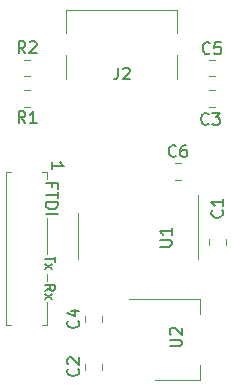
<source format=gto>
G04 #@! TF.GenerationSoftware,KiCad,Pcbnew,(5.1.5)-3*
G04 #@! TF.CreationDate,2020-06-01T09:33:33-04:00*
G04 #@! TF.ProjectId,OpenUSB2Serial,4f70656e-5553-4423-9253-657269616c2e,rev?*
G04 #@! TF.SameCoordinates,Original*
G04 #@! TF.FileFunction,Legend,Top*
G04 #@! TF.FilePolarity,Positive*
%FSLAX46Y46*%
G04 Gerber Fmt 4.6, Leading zero omitted, Abs format (unit mm)*
G04 Created by KiCad (PCBNEW (5.1.5)-3) date 2020-06-01 09:33:33*
%MOMM*%
%LPD*%
G04 APERTURE LIST*
%ADD10C,0.120000*%
%ADD11C,0.150000*%
G04 APERTURE END LIST*
D10*
X105283000Y-92329000D02*
X104902000Y-92329000D01*
X105283000Y-90424000D02*
X105283000Y-92329000D01*
X105283000Y-88011000D02*
X105283000Y-88646000D01*
X105283000Y-83312000D02*
X105283000Y-86360000D01*
X105283000Y-79375000D02*
X105283000Y-80010000D01*
X104902000Y-79375000D02*
X105283000Y-79375000D01*
X101854000Y-92329000D02*
X102235000Y-92329000D01*
X101854000Y-79375000D02*
X101854000Y-92329000D01*
X102235000Y-79375000D02*
X101854000Y-79375000D01*
D11*
X105175095Y-89458809D02*
X105556047Y-89192142D01*
X105175095Y-89001666D02*
X105975095Y-89001666D01*
X105975095Y-89306428D01*
X105937000Y-89382619D01*
X105898904Y-89420714D01*
X105822714Y-89458809D01*
X105708428Y-89458809D01*
X105632238Y-89420714D01*
X105594142Y-89382619D01*
X105556047Y-89306428D01*
X105556047Y-89001666D01*
X105175095Y-89725476D02*
X105708428Y-90144523D01*
X105708428Y-89725476D02*
X105175095Y-90144523D01*
X105975095Y-86569619D02*
X105975095Y-87026761D01*
X105175095Y-86798190D02*
X105975095Y-86798190D01*
X105175095Y-87217238D02*
X105708428Y-87636285D01*
X105708428Y-87217238D02*
X105175095Y-87636285D01*
X105719619Y-79152714D02*
X105719619Y-78581285D01*
X105719619Y-78867000D02*
X106719619Y-78867000D01*
X106576761Y-78771761D01*
X106481523Y-78676523D01*
X106433904Y-78581285D01*
X105735428Y-80684809D02*
X105735428Y-80351476D01*
X105211619Y-80351476D02*
X106211619Y-80351476D01*
X106211619Y-80827666D01*
X106211619Y-81065761D02*
X106211619Y-81637190D01*
X105211619Y-81351476D02*
X106211619Y-81351476D01*
X105211619Y-81970523D02*
X106211619Y-81970523D01*
X106211619Y-82208619D01*
X106164000Y-82351476D01*
X106068761Y-82446714D01*
X105973523Y-82494333D01*
X105783047Y-82541952D01*
X105640190Y-82541952D01*
X105449714Y-82494333D01*
X105354476Y-82446714D01*
X105259238Y-82351476D01*
X105211619Y-82208619D01*
X105211619Y-81970523D01*
X105211619Y-82970523D02*
X106211619Y-82970523D01*
D10*
X116124222Y-80034200D02*
X116641378Y-80034200D01*
X116124222Y-78614200D02*
X116641378Y-78614200D01*
X118999922Y-71310000D02*
X119517078Y-71310000D01*
X118999922Y-69890000D02*
X119517078Y-69890000D01*
X112232000Y-90189000D02*
X118242000Y-90189000D01*
X114482000Y-97009000D02*
X118242000Y-97009000D01*
X118242000Y-90189000D02*
X118242000Y-91449000D01*
X118242000Y-97009000D02*
X118242000Y-95749000D01*
X118090000Y-84836000D02*
X118090000Y-81386000D01*
X118090000Y-84836000D02*
X118090000Y-86786000D01*
X107970000Y-84836000D02*
X107970000Y-82886000D01*
X107970000Y-84836000D02*
X107970000Y-86786000D01*
X103890578Y-69890000D02*
X103373422Y-69890000D01*
X103890578Y-71310000D02*
X103373422Y-71310000D01*
X103890578Y-72442000D02*
X103373422Y-72442000D01*
X103890578Y-73862000D02*
X103373422Y-73862000D01*
X116346000Y-65696000D02*
X106946000Y-65696000D01*
X106946000Y-71496000D02*
X106946000Y-69496000D01*
X106946000Y-67596000D02*
X106946000Y-65696000D01*
X116346000Y-71496000D02*
X116346000Y-69496000D01*
X116346000Y-67596000D02*
X116346000Y-65696000D01*
X109930000Y-92079578D02*
X109930000Y-91562422D01*
X108510000Y-92079578D02*
X108510000Y-91562422D01*
X118994422Y-73862000D02*
X119511578Y-73862000D01*
X118994422Y-72442000D02*
X119511578Y-72442000D01*
X109930000Y-96143578D02*
X109930000Y-95626422D01*
X108510000Y-96143578D02*
X108510000Y-95626422D01*
X120471000Y-85577178D02*
X120471000Y-85060022D01*
X119051000Y-85577178D02*
X119051000Y-85060022D01*
D11*
X116216133Y-78031342D02*
X116168514Y-78078961D01*
X116025657Y-78126580D01*
X115930419Y-78126580D01*
X115787561Y-78078961D01*
X115692323Y-77983723D01*
X115644704Y-77888485D01*
X115597085Y-77698009D01*
X115597085Y-77555152D01*
X115644704Y-77364676D01*
X115692323Y-77269438D01*
X115787561Y-77174200D01*
X115930419Y-77126580D01*
X116025657Y-77126580D01*
X116168514Y-77174200D01*
X116216133Y-77221819D01*
X117073276Y-77126580D02*
X116882800Y-77126580D01*
X116787561Y-77174200D01*
X116739942Y-77221819D01*
X116644704Y-77364676D01*
X116597085Y-77555152D01*
X116597085Y-77936104D01*
X116644704Y-78031342D01*
X116692323Y-78078961D01*
X116787561Y-78126580D01*
X116978038Y-78126580D01*
X117073276Y-78078961D01*
X117120895Y-78031342D01*
X117168514Y-77936104D01*
X117168514Y-77698009D01*
X117120895Y-77602771D01*
X117073276Y-77555152D01*
X116978038Y-77507533D01*
X116787561Y-77507533D01*
X116692323Y-77555152D01*
X116644704Y-77602771D01*
X116597085Y-77698009D01*
X119091833Y-69318142D02*
X119044214Y-69365761D01*
X118901357Y-69413380D01*
X118806119Y-69413380D01*
X118663261Y-69365761D01*
X118568023Y-69270523D01*
X118520404Y-69175285D01*
X118472785Y-68984809D01*
X118472785Y-68841952D01*
X118520404Y-68651476D01*
X118568023Y-68556238D01*
X118663261Y-68461000D01*
X118806119Y-68413380D01*
X118901357Y-68413380D01*
X119044214Y-68461000D01*
X119091833Y-68508619D01*
X119996595Y-68413380D02*
X119520404Y-68413380D01*
X119472785Y-68889571D01*
X119520404Y-68841952D01*
X119615642Y-68794333D01*
X119853738Y-68794333D01*
X119948976Y-68841952D01*
X119996595Y-68889571D01*
X120044214Y-68984809D01*
X120044214Y-69222904D01*
X119996595Y-69318142D01*
X119948976Y-69365761D01*
X119853738Y-69413380D01*
X119615642Y-69413380D01*
X119520404Y-69365761D01*
X119472785Y-69318142D01*
X115702380Y-94161904D02*
X116511904Y-94161904D01*
X116607142Y-94114285D01*
X116654761Y-94066666D01*
X116702380Y-93971428D01*
X116702380Y-93780952D01*
X116654761Y-93685714D01*
X116607142Y-93638095D01*
X116511904Y-93590476D01*
X115702380Y-93590476D01*
X115797619Y-93161904D02*
X115750000Y-93114285D01*
X115702380Y-93019047D01*
X115702380Y-92780952D01*
X115750000Y-92685714D01*
X115797619Y-92638095D01*
X115892857Y-92590476D01*
X115988095Y-92590476D01*
X116130952Y-92638095D01*
X116702380Y-93209523D01*
X116702380Y-92590476D01*
X114852380Y-85711904D02*
X115661904Y-85711904D01*
X115757142Y-85664285D01*
X115804761Y-85616666D01*
X115852380Y-85521428D01*
X115852380Y-85330952D01*
X115804761Y-85235714D01*
X115757142Y-85188095D01*
X115661904Y-85140476D01*
X114852380Y-85140476D01*
X115852380Y-84140476D02*
X115852380Y-84711904D01*
X115852380Y-84426190D02*
X114852380Y-84426190D01*
X114995238Y-84521428D01*
X115090476Y-84616666D01*
X115138095Y-84711904D01*
X103465333Y-69337180D02*
X103132000Y-68860990D01*
X102893904Y-69337180D02*
X102893904Y-68337180D01*
X103274857Y-68337180D01*
X103370095Y-68384800D01*
X103417714Y-68432419D01*
X103465333Y-68527657D01*
X103465333Y-68670514D01*
X103417714Y-68765752D01*
X103370095Y-68813371D01*
X103274857Y-68860990D01*
X102893904Y-68860990D01*
X103846285Y-68432419D02*
X103893904Y-68384800D01*
X103989142Y-68337180D01*
X104227238Y-68337180D01*
X104322476Y-68384800D01*
X104370095Y-68432419D01*
X104417714Y-68527657D01*
X104417714Y-68622895D01*
X104370095Y-68765752D01*
X103798666Y-69337180D01*
X104417714Y-69337180D01*
X103465333Y-75254380D02*
X103132000Y-74778190D01*
X102893904Y-75254380D02*
X102893904Y-74254380D01*
X103274857Y-74254380D01*
X103370095Y-74302000D01*
X103417714Y-74349619D01*
X103465333Y-74444857D01*
X103465333Y-74587714D01*
X103417714Y-74682952D01*
X103370095Y-74730571D01*
X103274857Y-74778190D01*
X102893904Y-74778190D01*
X104417714Y-75254380D02*
X103846285Y-75254380D01*
X104132000Y-75254380D02*
X104132000Y-74254380D01*
X104036761Y-74397238D01*
X103941523Y-74492476D01*
X103846285Y-74540095D01*
X111316666Y-70552380D02*
X111316666Y-71266666D01*
X111269047Y-71409523D01*
X111173809Y-71504761D01*
X111030952Y-71552380D01*
X110935714Y-71552380D01*
X111745238Y-70647619D02*
X111792857Y-70600000D01*
X111888095Y-70552380D01*
X112126190Y-70552380D01*
X112221428Y-70600000D01*
X112269047Y-70647619D01*
X112316666Y-70742857D01*
X112316666Y-70838095D01*
X112269047Y-70980952D01*
X111697619Y-71552380D01*
X112316666Y-71552380D01*
X107927142Y-91987666D02*
X107974761Y-92035285D01*
X108022380Y-92178142D01*
X108022380Y-92273380D01*
X107974761Y-92416238D01*
X107879523Y-92511476D01*
X107784285Y-92559095D01*
X107593809Y-92606714D01*
X107450952Y-92606714D01*
X107260476Y-92559095D01*
X107165238Y-92511476D01*
X107070000Y-92416238D01*
X107022380Y-92273380D01*
X107022380Y-92178142D01*
X107070000Y-92035285D01*
X107117619Y-91987666D01*
X107355714Y-91130523D02*
X108022380Y-91130523D01*
X106974761Y-91368619D02*
X107689047Y-91606714D01*
X107689047Y-90987666D01*
X118979333Y-75307142D02*
X118931714Y-75354761D01*
X118788857Y-75402380D01*
X118693619Y-75402380D01*
X118550761Y-75354761D01*
X118455523Y-75259523D01*
X118407904Y-75164285D01*
X118360285Y-74973809D01*
X118360285Y-74830952D01*
X118407904Y-74640476D01*
X118455523Y-74545238D01*
X118550761Y-74450000D01*
X118693619Y-74402380D01*
X118788857Y-74402380D01*
X118931714Y-74450000D01*
X118979333Y-74497619D01*
X119312666Y-74402380D02*
X119931714Y-74402380D01*
X119598380Y-74783333D01*
X119741238Y-74783333D01*
X119836476Y-74830952D01*
X119884095Y-74878571D01*
X119931714Y-74973809D01*
X119931714Y-75211904D01*
X119884095Y-75307142D01*
X119836476Y-75354761D01*
X119741238Y-75402380D01*
X119455523Y-75402380D01*
X119360285Y-75354761D01*
X119312666Y-75307142D01*
X107927142Y-96051666D02*
X107974761Y-96099285D01*
X108022380Y-96242142D01*
X108022380Y-96337380D01*
X107974761Y-96480238D01*
X107879523Y-96575476D01*
X107784285Y-96623095D01*
X107593809Y-96670714D01*
X107450952Y-96670714D01*
X107260476Y-96623095D01*
X107165238Y-96575476D01*
X107070000Y-96480238D01*
X107022380Y-96337380D01*
X107022380Y-96242142D01*
X107070000Y-96099285D01*
X107117619Y-96051666D01*
X107117619Y-95670714D02*
X107070000Y-95623095D01*
X107022380Y-95527857D01*
X107022380Y-95289761D01*
X107070000Y-95194523D01*
X107117619Y-95146904D01*
X107212857Y-95099285D01*
X107308095Y-95099285D01*
X107450952Y-95146904D01*
X108022380Y-95718333D01*
X108022380Y-95099285D01*
X120118142Y-82640466D02*
X120165761Y-82688085D01*
X120213380Y-82830942D01*
X120213380Y-82926180D01*
X120165761Y-83069038D01*
X120070523Y-83164276D01*
X119975285Y-83211895D01*
X119784809Y-83259514D01*
X119641952Y-83259514D01*
X119451476Y-83211895D01*
X119356238Y-83164276D01*
X119261000Y-83069038D01*
X119213380Y-82926180D01*
X119213380Y-82830942D01*
X119261000Y-82688085D01*
X119308619Y-82640466D01*
X120213380Y-81688085D02*
X120213380Y-82259514D01*
X120213380Y-81973800D02*
X119213380Y-81973800D01*
X119356238Y-82069038D01*
X119451476Y-82164276D01*
X119499095Y-82259514D01*
M02*

</source>
